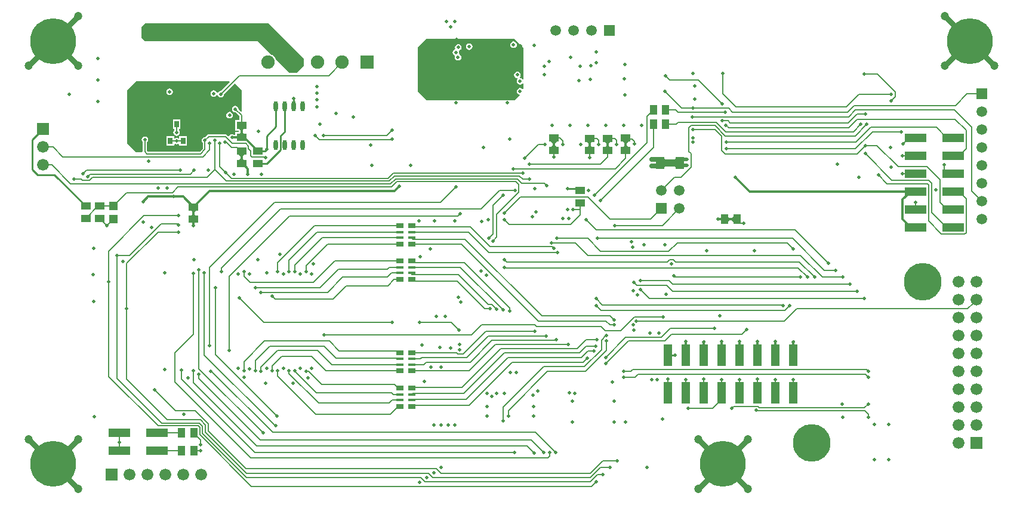
<source format=gbl>
G04 Layer_Physical_Order=4*
G04 Layer_Color=16711680*
%FSLAX25Y25*%
%MOIN*%
G70*
G01*
G75*
%ADD19R,0.04331X0.05512*%
%ADD24R,0.04724X0.04724*%
%ADD31R,0.05512X0.04331*%
%ADD32R,0.04921X0.06890*%
%ADD41R,0.04331X0.01772*%
%ADD42R,0.04331X0.02756*%
%ADD45R,0.05000X0.12000*%
%ADD59C,0.01000*%
%ADD60C,0.00800*%
%ADD61C,0.02500*%
%ADD62C,0.01200*%
%ADD63C,0.02000*%
%ADD64C,0.00787*%
%ADD66C,0.02953*%
%ADD67R,0.02559X0.01201*%
%ADD68C,0.06600*%
%ADD69R,0.06600X0.06600*%
%ADD70C,0.21000*%
%ADD71C,0.05906*%
%ADD72R,0.05906X0.05906*%
%ADD73R,0.07480X0.07480*%
%ADD74C,0.07480*%
%ADD75R,0.05906X0.05906*%
%ADD76C,0.25590*%
%ADD77R,0.06600X0.06600*%
%ADD78C,0.02000*%
%ADD79C,0.04724*%
%ADD80C,0.02400*%
%ADD82R,0.12000X0.05000*%
%ADD83R,0.02559X0.03740*%
%ADD84O,0.02362X0.05709*%
%ADD85R,0.01201X0.02559*%
%ADD86R,0.05512X0.03937*%
G36*
X155512Y250000D02*
X159449Y246063D01*
Y242126D01*
X155512Y238189D01*
X151575D01*
Y238189D01*
X147638Y242126D01*
X143977Y245786D01*
X143730Y246384D01*
X143002Y247333D01*
X142053Y248060D01*
X141456Y248308D01*
X133858Y255906D01*
X70866D01*
X68898Y257874D01*
Y263779D01*
Y263779D01*
X70866Y265748D01*
X139764D01*
X155512Y250000D01*
D02*
G37*
G36*
X277164Y257283D02*
X282282Y252165D01*
Y234807D01*
X281782Y234656D01*
X281711Y234762D01*
X281116Y235160D01*
X280417Y235299D01*
X280235Y235566D01*
X280170Y235761D01*
X280534Y236306D01*
X280674Y237008D01*
X280534Y237710D01*
X280136Y238306D01*
X279541Y238703D01*
X278839Y238843D01*
X278136Y238703D01*
X277541Y238306D01*
X277143Y237710D01*
X277003Y237008D01*
X277143Y236306D01*
X277541Y235710D01*
X278136Y235312D01*
X278835Y235173D01*
X279017Y234907D01*
X279082Y234711D01*
X278718Y234167D01*
X278578Y233465D01*
X278718Y232762D01*
X279116Y232167D01*
X279711Y231769D01*
X280413Y231629D01*
X281116Y231769D01*
X281711Y232167D01*
X281782Y232274D01*
X282282Y232122D01*
Y229295D01*
X281782Y229144D01*
X281711Y229251D01*
X281116Y229648D01*
X280413Y229788D01*
X279711Y229648D01*
X279116Y229251D01*
X278718Y228655D01*
X278578Y227953D01*
X278718Y227250D01*
X279116Y226655D01*
X279711Y226257D01*
X280018Y226196D01*
X280182Y225654D01*
X277363Y222835D01*
X228149Y222835D01*
X223227Y227756D01*
X223227Y252362D01*
X228149Y257283D01*
X277164Y257283D01*
D02*
G37*
G36*
X118182Y232904D02*
X113291Y228013D01*
X113168Y228037D01*
X112466Y227898D01*
X111870Y227500D01*
X111594Y227086D01*
X111063Y227191D01*
X111046Y227277D01*
X110648Y227872D01*
X110053Y228270D01*
X109350Y228410D01*
X108648Y228270D01*
X108053Y227872D01*
X107655Y227277D01*
X107515Y226575D01*
X107655Y225872D01*
X108053Y225277D01*
X108648Y224879D01*
X109350Y224740D01*
X110053Y224879D01*
X110648Y225277D01*
X110925Y225691D01*
X111456Y225585D01*
X111472Y225500D01*
X111870Y224904D01*
X112466Y224506D01*
X113168Y224367D01*
X113870Y224506D01*
X114466Y224904D01*
X114864Y225500D01*
X115003Y226202D01*
X114993Y226255D01*
X121033Y232295D01*
X124981Y228346D01*
Y216674D01*
X124520Y216482D01*
X123176Y217826D01*
X123194Y217913D01*
X123054Y218616D01*
X122656Y219211D01*
X122061Y219609D01*
X121358Y219749D01*
X120656Y219609D01*
X120061Y219211D01*
X119663Y218616D01*
X119523Y217913D01*
X119663Y217211D01*
X120061Y216616D01*
X120656Y216218D01*
X121358Y216078D01*
X121446Y216095D01*
X123580Y213962D01*
Y211922D01*
X121247D01*
Y205991D01*
X123170D01*
X123397Y205765D01*
Y205259D01*
X123170Y205032D01*
X121247D01*
Y203494D01*
X120592D01*
X120191Y203763D01*
X119488Y203902D01*
X118786Y203763D01*
X118191Y203365D01*
X117921Y202961D01*
X117335Y202839D01*
X116716Y203458D01*
X116319Y203724D01*
X115851Y203817D01*
X106530D01*
X106062Y203724D01*
X105665Y203458D01*
X104517Y202310D01*
X104429Y202327D01*
X103727Y202188D01*
X103131Y201790D01*
X102734Y201195D01*
X102594Y200492D01*
X102734Y199790D01*
X103131Y199194D01*
X103206Y199145D01*
Y195881D01*
X101462Y194137D01*
X72554D01*
X72090Y194601D01*
Y199440D01*
X72164Y199490D01*
X72562Y200085D01*
X72701Y200787D01*
X72562Y201490D01*
X72164Y202085D01*
X71569Y202483D01*
X70866Y202623D01*
X70164Y202483D01*
X69568Y202085D01*
X69171Y201490D01*
X69031Y200787D01*
X69171Y200085D01*
X69568Y199490D01*
X69643Y199440D01*
Y194398D01*
X69224Y193898D01*
X65926D01*
X61005Y198819D01*
X61005Y228346D01*
X66025Y233366D01*
X117991Y233366D01*
X118182Y232904D01*
D02*
G37*
G36*
X124803Y205512D02*
X126378Y203937D01*
X123228D01*
X124803Y205512D01*
X123228Y207087D01*
X126378D01*
X124803Y205512D01*
D02*
G37*
G36*
X339370Y198327D02*
X340945Y196752D01*
X337795D01*
X339370Y198327D01*
X337795Y199902D01*
X340945D01*
X339370Y198327D01*
D02*
G37*
G36*
X299311D02*
X300886Y196752D01*
X297736D01*
X299311Y198327D01*
X297736Y199902D01*
X300886D01*
X299311Y198327D01*
D02*
G37*
G36*
X329232Y198130D02*
X330807Y196555D01*
X327658D01*
X329232Y198130D01*
X327658Y199705D01*
X330807D01*
X329232Y198130D01*
D02*
G37*
G36*
X319193D02*
X320768Y196555D01*
X317618D01*
X319193Y198130D01*
X317618Y199705D01*
X320768D01*
X319193Y198130D01*
D02*
G37*
G36*
X124803Y190945D02*
X126378Y189370D01*
X123228D01*
X124803Y190945D01*
X123228Y192520D01*
X126378D01*
X124803Y190945D01*
D02*
G37*
G36*
X367323Y185630D02*
X364961Y187992D01*
X367323Y190354D01*
Y185630D01*
D02*
G37*
G36*
X363386Y187992D02*
X361024Y185630D01*
Y190354D01*
X363386Y187992D01*
D02*
G37*
G36*
X98032Y159843D02*
X99606Y158268D01*
X96457D01*
X98032Y159843D01*
X96457Y161417D01*
X99606D01*
X98032Y159843D01*
D02*
G37*
G36*
X399606Y154823D02*
X398031Y156398D01*
X399606Y157972D01*
Y154823D01*
D02*
G37*
G36*
X398031Y156398D02*
X396457Y154823D01*
Y157972D01*
X398031Y156398D01*
D02*
G37*
%LPC*%
G36*
X276772Y255772D02*
X276069Y255633D01*
X275474Y255235D01*
X275076Y254639D01*
X274936Y253937D01*
X275076Y253235D01*
X275474Y252639D01*
X276069Y252241D01*
X276772Y252102D01*
X277474Y252241D01*
X278069Y252639D01*
X278467Y253235D01*
X278607Y253937D01*
X278467Y254639D01*
X278069Y255235D01*
X277474Y255633D01*
X276772Y255772D01*
D02*
G37*
G36*
X251969Y254591D02*
X251266Y254451D01*
X250671Y254054D01*
X250273Y253458D01*
X250133Y252756D01*
X250273Y252054D01*
X250671Y251458D01*
X251266Y251060D01*
X251969Y250921D01*
X252671Y251060D01*
X253266Y251458D01*
X253664Y252054D01*
X253804Y252756D01*
X253664Y253458D01*
X253266Y254054D01*
X252671Y254451D01*
X251969Y254591D01*
D02*
G37*
G36*
X245866Y254198D02*
X245164Y254058D01*
X244568Y253660D01*
X244171Y253064D01*
X244031Y252362D01*
X244171Y251660D01*
X244043Y251353D01*
X243786Y251302D01*
X243191Y250904D01*
X242793Y250309D01*
X242653Y249606D01*
X242793Y248904D01*
X243191Y248309D01*
X243786Y247911D01*
X244032Y247352D01*
X243933Y246850D01*
X244072Y246148D01*
X244470Y245553D01*
X245065Y245155D01*
X245768Y245015D01*
X246470Y245155D01*
X247065Y245553D01*
X247463Y246148D01*
X247603Y246850D01*
X247463Y247553D01*
X247065Y248148D01*
X246470Y248546D01*
X246224Y249105D01*
X246323Y249606D01*
X246184Y250309D01*
X246311Y250615D01*
X246568Y250667D01*
X247164Y251064D01*
X247562Y251660D01*
X247701Y252362D01*
X247562Y253064D01*
X247164Y253660D01*
X246568Y254058D01*
X245866Y254198D01*
D02*
G37*
G36*
X84646Y229394D02*
X83943Y229255D01*
X83348Y228857D01*
X82950Y228261D01*
X82810Y227559D01*
X82950Y226857D01*
X83348Y226261D01*
X83943Y225864D01*
X84646Y225724D01*
X85348Y225864D01*
X85943Y226261D01*
X86341Y226857D01*
X86481Y227559D01*
X86341Y228261D01*
X85943Y228857D01*
X85348Y229255D01*
X84646Y229394D01*
D02*
G37*
G36*
X118110Y216402D02*
X117408Y216263D01*
X116813Y215865D01*
X116415Y215269D01*
X116275Y214567D01*
X116415Y213865D01*
X116813Y213269D01*
X117408Y212871D01*
X118110Y212732D01*
X118813Y212871D01*
X119408Y213269D01*
X119806Y213865D01*
X119946Y214567D01*
X119806Y215269D01*
X119408Y215865D01*
X118813Y216263D01*
X118110Y216402D01*
D02*
G37*
G36*
X90662Y212020D02*
X86503D01*
Y206680D01*
X87359D01*
Y206072D01*
X87285Y206022D01*
X86887Y205427D01*
X86747Y204724D01*
X86887Y204022D01*
X87285Y203427D01*
X87880Y203029D01*
X88583Y202889D01*
X89285Y203029D01*
X89880Y203427D01*
X90278Y204022D01*
X90418Y204724D01*
X90278Y205427D01*
X89880Y206022D01*
X89806Y206072D01*
Y206680D01*
X90662D01*
Y212020D01*
D02*
G37*
G36*
X94205Y202768D02*
X90047D01*
Y201887D01*
X89547Y201619D01*
X89285Y201794D01*
X88583Y201934D01*
X87880Y201794D01*
X87619Y201619D01*
X87119Y201887D01*
Y202768D01*
X82960D01*
Y197428D01*
X87119D01*
Y198310D01*
X87619Y198578D01*
X87880Y198403D01*
X88583Y198263D01*
X89285Y198403D01*
X89547Y198578D01*
X90047Y198310D01*
Y197428D01*
X94205D01*
Y202768D01*
D02*
G37*
%LPD*%
D19*
X91240Y37008D02*
D03*
X98130D02*
D03*
X91240Y27008D02*
D03*
X98130D02*
D03*
X401476Y156398D02*
D03*
X394587D02*
D03*
X361713Y209646D02*
D03*
X354823D02*
D03*
X361713Y217520D02*
D03*
X354823D02*
D03*
D24*
X53150Y156496D02*
D03*
Y163976D02*
D03*
D31*
X124803Y194390D02*
D03*
Y187500D02*
D03*
Y208957D02*
D03*
Y202067D02*
D03*
X133858Y187500D02*
D03*
Y194390D02*
D03*
X313780Y172343D02*
D03*
Y165453D02*
D03*
X299311Y194882D02*
D03*
Y201772D02*
D03*
X319193Y194685D02*
D03*
Y201575D02*
D03*
X329232Y194685D02*
D03*
Y201575D02*
D03*
X339370Y194882D02*
D03*
Y201772D02*
D03*
X98032Y156398D02*
D03*
Y163287D02*
D03*
X45669Y163681D02*
D03*
Y156791D02*
D03*
X37795Y163681D02*
D03*
Y156791D02*
D03*
D32*
X358760Y187992D02*
D03*
X369587D02*
D03*
D41*
X219882Y58661D02*
D03*
Y55512D02*
D03*
X213189Y58661D02*
D03*
Y55512D02*
D03*
X213189Y75197D02*
D03*
Y78347D02*
D03*
X219882Y75197D02*
D03*
Y78347D02*
D03*
X219882Y129528D02*
D03*
Y126378D02*
D03*
X213189Y129528D02*
D03*
Y126378D02*
D03*
X219882Y149213D02*
D03*
Y146063D02*
D03*
X213189Y149213D02*
D03*
Y146063D02*
D03*
D42*
X219882Y62185D02*
D03*
Y51988D02*
D03*
X213189Y62185D02*
D03*
Y51988D02*
D03*
X213189Y71673D02*
D03*
Y81870D02*
D03*
X219882Y71673D02*
D03*
Y81870D02*
D03*
X219882Y133051D02*
D03*
Y122854D02*
D03*
X213189Y133051D02*
D03*
Y122854D02*
D03*
X219882Y152736D02*
D03*
Y142539D02*
D03*
X213189Y152736D02*
D03*
Y142539D02*
D03*
D45*
X363071Y80646D02*
D03*
X373071D02*
D03*
X363071Y59646D02*
D03*
X373071D02*
D03*
X383071Y80646D02*
D03*
Y59646D02*
D03*
X393071Y80646D02*
D03*
Y59646D02*
D03*
X403071Y80646D02*
D03*
Y59646D02*
D03*
X413071Y80646D02*
D03*
Y59646D02*
D03*
X423071Y80646D02*
D03*
Y59646D02*
D03*
X433071Y80646D02*
D03*
Y59646D02*
D03*
D59*
X363071Y80646D02*
X366795D01*
X138779Y195374D02*
X139173D01*
X137795Y194390D02*
X138779Y195374D01*
Y202832D01*
X133858Y194390D02*
X137795D01*
X126181Y202067D02*
X133858Y194390D01*
X124803Y202067D02*
X126181D01*
X307087Y173425D02*
X311713D01*
X312795Y172343D01*
X313780D01*
X149075Y205374D02*
Y219390D01*
X146556Y202855D02*
X149075Y205374D01*
X146556Y195133D02*
Y202855D01*
X138923Y187500D02*
X146556Y195133D01*
X133858Y187500D02*
X138923D01*
X144075Y208127D02*
Y219390D01*
X138779Y202832D02*
X144075Y208127D01*
X154075Y219390D02*
Y223878D01*
X153937Y224016D02*
X154075Y223878D01*
X20374Y181102D02*
X37795Y163681D01*
X7874Y200787D02*
X13780Y206693D01*
X7874Y184252D02*
Y200787D01*
Y184252D02*
X11024Y181102D01*
X20374D01*
D60*
X137303Y98819D02*
X209055D01*
X368110Y143307D02*
X429528D01*
X363351Y138548D02*
X368110Y143307D01*
X325232Y138548D02*
X363351D01*
X429528Y143307D02*
X433071Y139764D01*
X323853Y145901D02*
X432446D01*
X323622Y145669D02*
X323853Y145901D01*
X432446D02*
X450394Y127953D01*
X72047Y192913D02*
X101969D01*
X70866Y194095D02*
X72047Y192913D01*
X70866Y194095D02*
Y200787D01*
X110433Y80709D02*
X144685Y46457D01*
X110433Y80709D02*
Y118209D01*
X179429Y82874D02*
X212185D01*
X173917Y88386D02*
X179429Y82874D01*
X137697Y88386D02*
X173917D01*
X177657Y78937D02*
X212598D01*
X170965Y85630D02*
X177657Y78937D01*
X140748Y85630D02*
X170965D01*
X175197Y75197D02*
X213189D01*
X167323Y83071D02*
X175197Y75197D01*
X144882Y83071D02*
X167323D01*
X171929Y71673D02*
X213189D01*
X163779Y79823D02*
X171929Y71673D01*
X147146Y79823D02*
X163779D01*
X181299Y124016D02*
X206398D01*
X172835Y115551D02*
X181299Y124016D01*
X142777Y115551D02*
X172835D01*
X178956Y128464D02*
X206220D01*
X168602Y118110D02*
X178956Y128464D01*
X132480Y118110D02*
X168602D01*
X176949Y133051D02*
X213189D01*
X165059Y121161D02*
X176949Y133051D01*
X129626Y121161D02*
X165059D01*
X169783Y146063D02*
X213189D01*
X154528Y130807D02*
X169783Y146063D01*
X154528Y127165D02*
Y130807D01*
X166929Y149213D02*
X213189D01*
X151378Y133661D02*
X166929Y149213D01*
X151378Y127264D02*
Y133661D01*
X165532Y152736D02*
X213189D01*
X145079Y132283D02*
X165532Y152736D01*
X145079Y127264D02*
Y132283D01*
X172893Y142539D02*
X213189D01*
X160827Y127165D02*
Y130473D01*
X172893Y142539D01*
X326378Y108661D02*
X426772D01*
X322835Y112205D02*
X326378Y108661D01*
X359154Y90354D02*
X364173Y95374D01*
X389075D01*
X404232Y92224D02*
X406988Y94980D01*
X364961Y92224D02*
X404232D01*
X361122Y88386D02*
X364961Y92224D01*
X340846Y88386D02*
X361122D01*
X328248Y75787D02*
X340846Y88386D01*
X339370Y90354D02*
X359154D01*
X328248Y79232D02*
X339370Y90354D01*
X437008Y136319D02*
X449311Y124016D01*
X318406Y136319D02*
X437008D01*
X311418Y143306D02*
X318406Y136319D01*
X367151Y132579D02*
X436319D01*
X365872Y133858D02*
X367151Y132579D01*
X364049Y133858D02*
X365872D01*
X362770Y132579D02*
X364049Y133858D01*
X272933Y132579D02*
X362770D01*
X436319D02*
X444882Y124016D01*
X271654Y133858D02*
X272933Y132579D01*
X296063Y23228D02*
X296850Y24016D01*
X129921Y23228D02*
X296063D01*
X87598Y65551D02*
X129921Y23228D01*
X132343Y26024D02*
X277165D01*
X91240Y67126D02*
X132343Y26024D01*
X284252Y29921D02*
X288189Y25984D01*
X133169Y29921D02*
X284252D01*
X97835Y65256D02*
X133169Y29921D01*
X286457Y33268D02*
X293701Y26024D01*
X135138Y33268D02*
X286457D01*
X100984Y67421D02*
X135138Y33268D01*
X289016Y37402D02*
X300394Y26024D01*
X142126Y37402D02*
X289016D01*
X107973Y71555D02*
X142126Y37402D01*
X127328Y17161D02*
X233627D01*
X106295Y38193D02*
X127328Y17161D01*
X106295Y38193D02*
Y42249D01*
X104695Y37431D02*
X127657Y14469D01*
X103095Y36768D02*
X127757Y12106D01*
X101495Y36103D02*
X130350Y7249D01*
X104695Y37431D02*
Y41586D01*
X127657Y14469D02*
X229194D01*
X103095Y36768D02*
Y40924D01*
X127757Y12106D02*
X224902D01*
X101495Y36103D02*
Y40261D01*
X130350Y7249D02*
X320241D01*
X98938Y49606D02*
X106295Y42249D01*
X87795Y49606D02*
X98938D01*
X76378Y61024D02*
X87795Y49606D01*
X474902Y45827D02*
Y47441D01*
X472835Y49507D02*
X474902Y47441D01*
X412501Y49507D02*
X472835D01*
X399739Y51905D02*
X413214D01*
X414012Y51107D02*
X472702D01*
X413214Y51905D02*
X414012Y51107D01*
X412303Y49705D02*
X412501Y49507D01*
X398524Y50689D02*
X399739Y51905D01*
X472702Y51107D02*
X474902Y53307D01*
X346161Y69685D02*
X473228D01*
X344547Y68071D02*
X346161Y69685D01*
X338330Y68071D02*
X344547D01*
X473228Y69685D02*
X474843Y68071D01*
X473957Y72539D02*
X474843Y71653D01*
X343407Y72539D02*
X473957D01*
X342229Y71362D02*
X343407Y72539D01*
X393071Y55866D02*
Y59646D01*
X387894Y50689D02*
X393071Y55866D01*
X374410Y50689D02*
X387894D01*
X253248Y91831D02*
X259055Y97638D01*
X241831Y98819D02*
X246260Y94390D01*
X224114Y98819D02*
X241831D01*
X433071Y59646D02*
Y66929D01*
X423071Y59646D02*
Y66969D01*
X413071Y59646D02*
Y67008D01*
X403071Y59646D02*
Y66949D01*
X393071Y59646D02*
Y66969D01*
X383071Y59646D02*
Y67027D01*
X373071Y59646D02*
Y66988D01*
X363071Y59646D02*
Y67008D01*
X338107Y71362D02*
X342229D01*
X79956Y153972D02*
X88843D01*
X62205Y136221D02*
X79956Y153972D01*
X55413Y136221D02*
X62205D01*
X78128Y149229D02*
X89567D01*
X60630Y131731D02*
X78128Y149229D01*
X60630Y106595D02*
Y131731D01*
X212598Y78937D02*
X213189Y78347D01*
X212185Y82874D02*
X213189Y81870D01*
X101969Y30636D02*
Y33169D01*
X98130Y37008D02*
X101969Y33169D01*
X98130Y27008D02*
X101831D01*
X36050Y178124D02*
X39791D01*
X35236Y178937D02*
X36050Y178124D01*
X31201Y178937D02*
X35236D01*
X109842Y184290D02*
X116436Y177696D01*
X112598Y185827D02*
X119129Y179296D01*
X278839Y178937D02*
X281166Y176609D01*
X280045Y180585D02*
X281783Y178847D01*
X290650Y198327D02*
X294291D01*
X282776Y190453D02*
X290650Y198327D01*
X325178Y187087D02*
X329232Y191142D01*
X285550Y187087D02*
X325178D01*
X333499Y184484D02*
X339370Y190354D01*
X276772Y184484D02*
X333499D01*
X88843Y153972D02*
X89518Y153297D01*
X168342Y200950D02*
X208725D01*
X166043Y203248D02*
X168342Y200950D01*
X208725D02*
X209055Y201279D01*
X205807Y203150D02*
X208957Y206299D01*
X170472Y203150D02*
X205807D01*
X18819Y186693D02*
X29416Y176096D01*
X281166Y176609D02*
X293788D01*
X281783Y178847D02*
X285742D01*
X39791Y178124D02*
X41589Y179921D01*
X293788Y176609D02*
X295388Y175008D01*
X143307Y165847D02*
X235965D01*
X106988Y129528D02*
X143307Y165847D01*
X235965D02*
X244528Y174409D01*
X113583Y129134D02*
X146555Y162106D01*
X245571Y158071D02*
X246949Y159449D01*
X151476Y158071D02*
X245571D01*
X123917Y130512D02*
X151476Y158071D01*
X112598Y185827D02*
Y198818D01*
X105473Y179921D02*
X109842Y184290D01*
X41589Y179921D02*
X105473D01*
X96225Y181658D02*
X98425Y183858D01*
X40214Y181658D02*
X96225D01*
X38880Y180324D02*
X40214Y181658D01*
X109842Y184290D02*
Y200393D01*
X38287Y183858D02*
X90551D01*
X36319Y181890D02*
X38287Y183858D01*
X77756Y37008D02*
X91240D01*
X91240Y27008D02*
X91240Y27008D01*
X77756Y27008D02*
X91240D01*
X56756D02*
Y31953D01*
Y37008D01*
X13780Y186693D02*
X18819D01*
X88583Y204724D02*
Y209350D01*
Y200098D02*
X92126D01*
X85039D02*
X88583D01*
X339370Y190354D02*
Y194882D01*
X271654Y159941D02*
X280531Y168818D01*
X329232Y191142D02*
Y194685D01*
X353346Y156496D02*
X359252Y162402D01*
X359803Y152953D02*
X369252Y162402D01*
X333366Y152953D02*
X359803D01*
X319193Y190945D02*
Y194685D01*
X299311Y191240D02*
Y194882D01*
X374768Y194189D02*
X375886Y193072D01*
X374768Y194189D02*
Y207407D01*
X375886Y185531D02*
Y193072D01*
X370276Y179921D02*
X375886Y185531D01*
X366772Y179921D02*
X370276D01*
X476181Y207874D02*
X512795D01*
X359252Y172402D02*
X366772Y179921D01*
X523425Y212106D02*
X529444Y206087D01*
X477264Y205315D02*
X493405D01*
X318111Y145668D02*
X325232Y138548D01*
X366929Y124016D02*
X437008D01*
X366142Y124803D02*
X366929Y124016D01*
X435665Y129296D02*
X440945Y124016D01*
X271885Y129296D02*
X435665D01*
X449311Y124016D02*
X460630D01*
X450394Y127953D02*
X456693D01*
X434055Y150591D02*
X452756Y131890D01*
X346726Y119517D02*
X346726Y119517D01*
X345469Y119517D02*
X346726D01*
X322835Y108268D02*
X325591Y105512D01*
X271654Y129528D02*
X271885Y129296D01*
X13780Y196693D02*
X13780Y196693D01*
X19685D01*
X393701Y226476D02*
Y237795D01*
X530020Y226378D02*
X538386D01*
X523489Y219847D02*
X530020Y226378D01*
X518701Y201969D02*
X522244D01*
X512795Y207874D02*
X518701Y201969D01*
X529444Y195684D02*
Y206087D01*
X532480Y172283D02*
Y207972D01*
X523100Y217352D02*
X532480Y207972D01*
X494390Y198524D02*
X494390D01*
X495635Y199768D01*
X499044D01*
X501244Y201969D01*
X479714Y197539D02*
X491525Y185728D01*
X525728Y191969D02*
X529444Y195684D01*
X522244Y191969D02*
X525728D01*
X501181Y165847D02*
X501244Y165784D01*
Y161969D02*
Y165784D01*
X518425Y181968D02*
X522244D01*
X517126Y183268D02*
X518425Y181968D01*
X517126Y183268D02*
Y186713D01*
X518839Y161969D02*
X522244D01*
X491525Y185728D02*
X507681D01*
X518701Y151969D02*
X522244D01*
X493898Y181890D02*
X493976Y181968D01*
X501244D01*
X493701Y191732D02*
X493937Y191969D01*
X501244D01*
X532480Y172283D02*
X538386Y166378D01*
X124803Y208957D02*
Y214469D01*
X121358Y217913D02*
X124803Y214469D01*
X104429Y195374D02*
Y200492D01*
X101969Y192913D02*
X104429Y195374D01*
Y200492D02*
X106530Y202593D01*
X115851D01*
X119742Y198702D01*
X127110D01*
X128759Y197052D01*
Y195707D02*
Y197052D01*
X115458Y200288D02*
X119290Y196457D01*
X115458Y199424D02*
Y200288D01*
X128759Y195707D02*
X129902Y194564D01*
Y191727D02*
Y194564D01*
Y191727D02*
X130605Y191024D01*
X138306D01*
X138386Y190945D01*
X173622Y236614D02*
X181103Y244094D01*
X123622Y236614D02*
X173622D01*
X113210Y226202D02*
X123622Y236614D01*
X113168Y226202D02*
X113210D01*
X122343Y196457D02*
X124409Y194390D01*
X119290Y196457D02*
X122343D01*
X209055Y55512D02*
X213189D01*
X207249Y53706D02*
X209055Y55512D01*
X212224Y51988D02*
X213189D01*
X207874Y47638D02*
X212224Y51988D01*
Y62185D02*
X213189D01*
X288583Y97638D02*
X289764Y96457D01*
X259055Y97638D02*
X288583D01*
X113583Y127264D02*
Y129134D01*
X220551Y152067D02*
X252658D01*
X219882Y152736D02*
X220551Y152067D01*
X251890Y52382D02*
X275984Y76476D01*
X315453D01*
X274015Y49606D02*
X295768Y71358D01*
X316968D01*
X300787Y145668D02*
X318111D01*
X298031Y143306D02*
X311418D01*
X315453Y76476D02*
X317913Y78937D01*
X328642Y83033D02*
Y88484D01*
X316968Y71358D02*
X328642Y83033D01*
X267322Y59054D02*
X267322D01*
X298327Y141043D02*
X299213Y140157D01*
X123524Y112598D02*
X137303Y98819D01*
X118012Y124606D02*
X123917Y130512D01*
X118012Y83071D02*
Y124606D01*
X244939Y81870D02*
X245545Y81264D01*
X219882Y81870D02*
X244939D01*
X126181Y71752D02*
Y76870D01*
X132480Y71752D02*
Y77362D01*
X135630Y73819D02*
X144882Y83071D01*
X135630Y71653D02*
Y73819D01*
X141929Y71752D02*
Y74606D01*
X209547Y58661D02*
X213189D01*
X219882Y129528D02*
X247047D01*
X270866Y105709D01*
X246063Y125492D02*
X262761Y108794D01*
X219882Y125492D02*
X246063D01*
X219882D02*
Y126378D01*
X245276Y121850D02*
X260531Y106595D01*
X220886Y121850D02*
X245276D01*
X219882Y122854D02*
X220886Y121850D01*
X274606Y105118D02*
Y106693D01*
X260531Y106595D02*
X263583D01*
X264494Y108794D02*
X267186Y106102D01*
X267323D01*
X262761Y108794D02*
X264494D01*
X245545Y81264D02*
X248488D01*
X247913Y62579D02*
X269587Y84252D01*
X273622Y79232D02*
X314764D01*
X248819Y59055D02*
X271752Y81988D01*
X328385Y91437D02*
X328543D01*
X250689Y79232D02*
X262624Y91167D01*
X220276Y62579D02*
X247913D01*
X220276Y59055D02*
X248819D01*
X213189Y149213D02*
X213189Y149213D01*
X219882Y58661D02*
X220276Y59055D01*
X219882Y62185D02*
X220276Y62579D01*
X142742Y115586D02*
X142777Y115551D01*
X135531D02*
X135566Y115586D01*
X142742D01*
X107579Y71555D02*
X107973D01*
X101083Y128150D02*
Y128342D01*
X219882Y149213D02*
X251772D01*
X219882Y142539D02*
X247716D01*
X219882Y146063D02*
X220669Y145276D01*
X249606D01*
X101083Y72736D02*
Y128150D01*
X87598Y81988D02*
X97835Y92224D01*
Y126279D01*
X250295Y55905D02*
X273622Y79232D01*
X219882Y55512D02*
X220276Y55905D01*
X250295D01*
X210059Y122854D02*
X213189D01*
X206398Y124016D02*
X208760Y126378D01*
X213189D01*
X206220Y128464D02*
X207283Y129528D01*
X213189D01*
X206496Y119291D02*
X210059Y122854D01*
X141831Y113386D02*
X143504Y111713D01*
X175787D01*
X183366Y119291D01*
X106988Y85925D02*
Y129528D01*
X154626Y71593D02*
X166771Y59449D01*
X154626Y71593D02*
Y71752D01*
X126181Y76870D02*
X137697Y88386D01*
X132480Y77362D02*
X140748Y85630D01*
X141929Y74606D02*
X147146Y79823D01*
X327854Y94193D02*
X336713D01*
X343915Y121070D02*
X345469Y119517D01*
X264764Y88779D02*
X295019D01*
X295053Y88745D01*
X300162D01*
X300689Y89272D01*
X269587Y84252D02*
X312402D01*
X266634Y86516D02*
X307382D01*
X261122Y93898D02*
X288681D01*
X248488Y81264D02*
X261122Y93898D01*
X262624Y91167D02*
X294907D01*
X294980Y91240D01*
X219882Y51988D02*
X220276Y52382D01*
X251890D01*
X330512Y97441D02*
X332776D01*
X289764Y96457D02*
X325590D01*
X327854Y94193D01*
X247716Y142539D02*
X290650Y99606D01*
X328346D01*
X330512Y97441D01*
X249606Y145276D02*
X292520Y102362D01*
X330745D01*
X332793Y100314D01*
X19685Y196693D02*
X25065Y191313D01*
X103124D01*
X487497Y222537D02*
X489828Y224867D01*
X487972Y178269D02*
X508542D01*
X522244Y171968D02*
X522559Y171653D01*
X525984D01*
X528741Y148268D02*
X529444Y148971D01*
X515747Y148268D02*
X528741D01*
X514897Y165910D02*
Y178513D01*
Y165910D02*
X518839Y161969D01*
X480640Y181018D02*
Y181036D01*
Y181018D02*
X485378Y176279D01*
X508542Y178269D02*
X510433Y176378D01*
Y160236D02*
Y176378D01*
Y160236D02*
X518701Y151969D01*
X508661Y155354D02*
X515747Y148268D01*
X485378Y176279D02*
X507874D01*
X508661Y175492D01*
Y155354D02*
Y175492D01*
X525984Y171653D02*
X529380Y168258D01*
X529444Y168194D01*
Y148971D02*
Y168194D01*
X313780Y161811D02*
Y165453D01*
X271654Y156299D02*
X274311Y153642D01*
X308465D01*
X313780Y158957D01*
Y161811D01*
X252559Y76575D02*
X264764Y88779D01*
X227854Y76575D02*
X252559D01*
X219882Y78347D02*
X224606D01*
X225492Y79232D01*
X250689D01*
X251791Y71673D02*
X266634Y86516D01*
X219882Y71673D02*
X251791D01*
X226476Y75197D02*
X227854Y76575D01*
X219882Y75197D02*
X226476D01*
X219882Y133051D02*
X220748Y132185D01*
X249114D01*
X274015Y46457D02*
Y49606D01*
Y46457D02*
X274016Y46457D01*
X270866Y43701D02*
Y51377D01*
X293504Y74016D01*
X101083Y72736D02*
X136811Y37008D01*
X296850Y24016D02*
Y26024D01*
X213189Y152736D02*
X213189Y152736D01*
X213189Y149213D02*
X213189Y149213D01*
X213189Y146063D02*
X213189Y146063D01*
X213189Y142539D02*
X213189Y142539D01*
X213189Y133051D02*
X213189Y133051D01*
X206220Y128464D02*
X206220Y128464D01*
X206398Y124016D02*
X206398Y124016D01*
X183366Y119291D02*
X206496D01*
X183366Y119291D02*
X183366Y119291D01*
X170965Y91831D02*
X253248D01*
X170965Y91831D02*
X170965Y91831D01*
X210236Y64173D02*
X212224Y62185D01*
X166771Y59449D02*
X208760D01*
X209547Y58661D01*
X207874Y47638D02*
X207874Y47638D01*
X379921Y234252D02*
X393307Y220866D01*
X363779Y234252D02*
X379921D01*
X361614Y236417D02*
X363779Y234252D01*
X473228Y197539D02*
X479714D01*
X473130Y193110D02*
X487972Y178269D01*
X339370Y201772D02*
X340040Y201102D01*
X343091D01*
X344390Y199803D01*
Y198425D02*
Y199803D01*
X329232Y201575D02*
X333169D01*
X334291Y200453D01*
Y198268D02*
Y200453D01*
X319193Y201575D02*
X323130D01*
X324291Y200413D01*
Y198307D02*
Y200413D01*
X299311Y201772D02*
X302756D01*
X304291Y200236D01*
Y198268D02*
Y200236D01*
X103124Y191313D02*
X107086Y195275D01*
Y198818D01*
X60630Y67126D02*
Y106595D01*
X50591Y68602D02*
Y121555D01*
X126181Y124606D02*
Y127264D01*
Y124606D02*
X129626Y121161D01*
X104035Y80610D02*
Y126378D01*
X151378Y70276D02*
Y71752D01*
Y70276D02*
X167948Y53706D01*
X207249D01*
X145079Y68701D02*
Y71752D01*
Y68701D02*
X166142Y47638D01*
X207874D01*
X160827Y71653D02*
X162145D01*
X169625Y64173D01*
X210236D01*
X143602Y41043D02*
X143898D01*
X104035Y80610D02*
X143602Y41043D01*
X100984Y67421D02*
Y69685D01*
X97835Y65256D02*
Y71850D01*
X91240Y67126D02*
Y72047D01*
X87598Y65551D02*
Y81988D01*
X55413Y67421D02*
Y136221D01*
X224902Y12106D02*
X227264Y9744D01*
X229194Y14469D02*
X231556Y12106D01*
X325886Y88938D02*
X328385Y91437D01*
X322676Y89075D02*
X323130D01*
X312402Y84252D02*
X317224Y89075D01*
X323130D01*
X325886Y83465D02*
Y88938D01*
X293504Y74016D02*
X316437D01*
X325886Y83465D01*
X314764Y79232D02*
X318307Y82776D01*
X321455D01*
X271752Y81988D02*
X313484D01*
X317130Y85634D01*
X322555D01*
X249114Y132185D02*
X274606Y106693D01*
X146555Y162106D02*
X258662D01*
X268997Y172441D01*
X277461D01*
X50591Y68602D02*
X78175Y41018D01*
X55413Y67421D02*
X80216Y42618D01*
X60630Y67126D02*
X83366Y44390D01*
X101892D02*
X104695Y41586D01*
X80216Y42618D02*
X101401D01*
X103095Y40924D01*
X78175Y41018D02*
X100738D01*
X101495Y40261D01*
X83366Y44390D02*
X101892D01*
X346726Y119517D02*
X362176D01*
X363202Y118491D01*
X428346Y105512D02*
X431102Y108268D01*
X426772Y108661D02*
X427165Y108268D01*
X325591Y105512D02*
X428346D01*
X336713Y94193D02*
X344291Y101772D01*
X360138D01*
X345431Y99572D02*
X428095D01*
X320241Y7249D02*
X322835Y9843D01*
X233627Y17161D02*
X236221Y14567D01*
X231556Y12106D02*
X319587D01*
X227264Y9744D02*
X319587D01*
Y12106D02*
X325197Y17717D01*
X330709D01*
X236221Y14567D02*
X319685D01*
X326772Y21654D01*
X334646D01*
X319587Y9744D02*
X323622Y13780D01*
X326772D01*
X533465Y109528D02*
Y113031D01*
X428095Y99572D02*
X435020Y106496D01*
X530433D01*
X533465Y109528D01*
X401476Y156398D02*
X403740Y154134D01*
X405315D01*
X263091Y137894D02*
X301181D01*
X263681Y141043D02*
X298327D01*
X251772Y149213D02*
X263091Y137894D01*
X252658Y152067D02*
X263681Y141043D01*
X262941Y145838D02*
X265158Y148054D01*
Y164075D01*
X271063Y169980D01*
X265354Y144291D02*
X267421Y146358D01*
Y159290D01*
X279661Y171530D02*
Y175753D01*
X267421Y159290D02*
X279661Y171530D01*
X278076Y177337D02*
X279661Y175753D01*
X50591Y138544D02*
X70412Y158366D01*
X50591Y121555D02*
Y138544D01*
X70412Y158366D02*
X89468D01*
X37795Y156791D02*
X44685Y163681D01*
X45669D01*
Y156791D02*
X49606Y152854D01*
Y152756D02*
Y152854D01*
X53150Y156299D02*
Y156496D01*
X49606Y152756D02*
X53150Y156299D01*
X45669Y163681D02*
X52854D01*
X53150Y163976D01*
X29416Y176096D02*
X207986D01*
X210827Y178937D01*
X278839D01*
X116436Y177696D02*
X207323D01*
X119129Y179296D02*
X206660D01*
X209549Y182185D01*
X207323Y177696D02*
X210212Y180585D01*
X280045D01*
X209549Y182185D02*
X281988D01*
X86157Y171294D02*
X89358Y174496D01*
X53150Y163976D02*
X60468Y171294D01*
X86157D01*
X89358Y174496D02*
X208748D01*
X211589Y177337D01*
X278076D01*
X317126Y156299D02*
X322835Y150591D01*
X434055D01*
X313681Y161909D02*
X313780Y161811D01*
X309941Y161909D02*
X313681D01*
X280531Y168818D02*
X318288D01*
X330610Y156496D01*
X353346D01*
X467648Y217352D02*
X523100D01*
X468499Y215152D02*
X473135D01*
X468701Y212106D02*
X523425D01*
X376969Y206496D02*
X389174D01*
X376057Y208696D02*
X389237D01*
X374768Y207407D02*
X376057Y208696D01*
X376678Y214081D02*
X377127Y213633D01*
X376495Y213897D02*
X376678Y214081D01*
X376495Y213495D02*
Y213897D01*
X468602Y192913D02*
X473228Y197539D01*
X467863Y199556D02*
X476181Y207874D01*
X395523Y199556D02*
X467863D01*
X467520Y202953D02*
X474016Y209449D01*
X389237Y208696D02*
X394980Y202953D01*
X467520D01*
X466589Y205217D02*
X470768Y209395D01*
X389935Y210458D02*
X395177Y205217D01*
X466589D01*
X463976Y207382D02*
X468701Y212106D01*
X395393Y208770D02*
X396781Y207382D01*
X463976D01*
X463583Y210236D02*
X468499Y215152D01*
X463928Y213633D02*
X467648Y217352D01*
X377127Y213633D02*
X463928D01*
X370768Y218406D02*
X376969D01*
X361319Y227854D02*
X370768Y218406D01*
X376969D02*
X396850D01*
X466894Y219847D02*
X523489D01*
X396850Y218406D02*
X399016Y216240D01*
X463287D01*
X466894Y219847D01*
X393701Y226476D02*
X400984Y219193D01*
X462697D01*
X469701Y226197D01*
X487628D01*
X393193Y211433D02*
X396441D01*
X397638Y210236D01*
X463583D01*
X472441Y237402D02*
X479921D01*
X489828Y227495D01*
Y224867D02*
Y227495D01*
X507681Y185728D02*
X514897Y178513D01*
X395669Y195669D02*
X467618D01*
X477264Y205315D01*
X389174Y206496D02*
X392913Y202757D01*
Y194783D02*
Y202757D01*
Y194783D02*
X394783Y192913D01*
X468602D01*
X368701Y216043D02*
X394787D01*
X367224Y217520D02*
X368701Y216043D01*
X361713Y217520D02*
X367224D01*
X361713Y209646D02*
X367717D01*
X368529Y210458D01*
X389935D01*
X325197Y166732D02*
X354823Y196358D01*
Y209646D01*
X321949Y169783D02*
X351181Y199016D01*
Y213878D01*
X354823Y217520D01*
D61*
X353839Y186024D02*
X357283D01*
X358760Y187500D01*
Y187992D01*
X353839Y189665D02*
X357480D01*
X358760Y188386D01*
D62*
X92224Y169095D02*
X98032Y163287D01*
X86910Y169095D02*
X92224D01*
X98032Y152756D02*
Y156398D01*
X358760Y187992D02*
Y188386D01*
X498524Y151969D02*
X501244D01*
X493844Y156648D02*
X498524Y151969D01*
X493844Y167368D02*
X498445Y171968D01*
X493844Y156648D02*
Y167368D01*
X498445Y171968D02*
X501244D01*
X119488Y202067D02*
X124803D01*
X128347Y181496D02*
Y184646D01*
X125492Y187500D02*
X128347Y184646D01*
X124409Y187500D02*
X125492D01*
X400687Y179756D02*
X408474Y171968D01*
X501244D01*
X373071Y80646D02*
Y88032D01*
X373130Y88090D01*
X383071Y80646D02*
Y87992D01*
X383169Y88090D01*
X393071Y80646D02*
Y88032D01*
X403071Y80646D02*
Y88071D01*
X413071Y80646D02*
Y88071D01*
X423071Y80646D02*
Y88150D01*
X433071Y80646D02*
Y87992D01*
X433169Y88090D01*
X391043Y156398D02*
X394587D01*
X98032Y163287D02*
X106791Y172047D01*
X210138D01*
X212795Y174705D01*
X69882Y166240D02*
X72736Y169095D01*
X86910D01*
D63*
X371358Y186417D02*
X373524D01*
X370768Y187008D02*
X371358Y186417D01*
X370669Y186909D02*
X370768Y187008D01*
X371457Y189862D02*
X373524D01*
X369587Y187992D02*
X371457Y189862D01*
X369587Y187992D02*
X370669Y186909D01*
X393701Y19685D02*
X393701D01*
X531496Y255906D02*
X531496D01*
X19685D02*
X19685D01*
X19685Y19685D02*
X19685D01*
D64*
X468504Y116142D02*
X468898D01*
X347638Y117317D02*
X347644D01*
X352756Y112205D01*
X472441D01*
X347637Y122046D02*
X363682D01*
X365650Y120079D01*
X464567D01*
X363202Y118491D02*
X365551Y116142D01*
X468504D01*
D66*
X379921Y33465D02*
X385827Y27559D01*
X401575Y11811D02*
X407480Y5906D01*
X401575Y27559D02*
X407480Y33465D01*
X379921Y5906D02*
X385827Y11811D01*
X517717Y242126D02*
X523622Y248031D01*
X539370Y248031D02*
X545276Y242126D01*
X517717Y269685D02*
X523622Y263779D01*
X27559Y248031D02*
X33465Y242126D01*
X27559Y263779D02*
X33465Y269685D01*
X5906Y242126D02*
X11811Y248031D01*
X27559Y27559D02*
X33465Y33465D01*
X27559Y11811D02*
X33465Y5906D01*
X5906Y33465D02*
X11811Y27559D01*
D67*
X398031Y156388D02*
D03*
D68*
X525433Y121496D02*
D03*
Y111496D02*
D03*
X535433Y121496D02*
D03*
Y111496D02*
D03*
X525433Y101496D02*
D03*
Y91496D02*
D03*
X535433Y101496D02*
D03*
Y91496D02*
D03*
Y41496D02*
D03*
Y51496D02*
D03*
Y61496D02*
D03*
Y71496D02*
D03*
Y81496D02*
D03*
X525433Y31496D02*
D03*
Y41496D02*
D03*
Y51496D02*
D03*
Y61496D02*
D03*
Y71496D02*
D03*
Y81496D02*
D03*
X13780Y186693D02*
D03*
Y196693D02*
D03*
X62165Y13780D02*
D03*
X72165D02*
D03*
X82165D02*
D03*
X92165D02*
D03*
X102165D02*
D03*
D69*
X535433Y31496D02*
D03*
X13780Y206693D02*
D03*
D70*
X443433Y31496D02*
D03*
X505433Y121496D02*
D03*
D71*
X369252Y172402D02*
D03*
Y162402D02*
D03*
X359252Y172402D02*
D03*
X300394Y261811D02*
D03*
X310394D02*
D03*
X320394D02*
D03*
X538386Y156378D02*
D03*
Y166378D02*
D03*
Y176378D02*
D03*
Y186378D02*
D03*
Y196378D02*
D03*
Y206378D02*
D03*
Y216378D02*
D03*
D72*
X359252Y162402D02*
D03*
X330394Y261811D02*
D03*
D73*
X194882Y244094D02*
D03*
D74*
X181103D02*
D03*
X167323D02*
D03*
X153543D02*
D03*
X139764D02*
D03*
D75*
X538386Y226378D02*
D03*
D76*
X393701Y19685D02*
D03*
X531496Y255906D02*
D03*
X19685D02*
D03*
Y19685D02*
D03*
D77*
X52165Y13780D02*
D03*
D78*
X411319Y138681D02*
D03*
X384547Y138779D02*
D03*
X366795Y80646D02*
D03*
X72539Y260827D02*
D03*
X144685Y46457D02*
D03*
X389075Y95374D02*
D03*
X406988Y94980D02*
D03*
X328248Y75787D02*
D03*
Y79232D02*
D03*
X391831Y102559D02*
D03*
X412303Y49705D02*
D03*
X398524Y50689D02*
D03*
X474902Y45827D02*
D03*
Y53307D02*
D03*
X374410Y50689D02*
D03*
X360039Y44882D02*
D03*
X246260Y94390D02*
D03*
X356791Y66929D02*
D03*
X353839D02*
D03*
X433071D02*
D03*
X423071Y66969D02*
D03*
X413071Y67008D02*
D03*
X403071Y66949D02*
D03*
X393071Y66969D02*
D03*
X383071Y67027D02*
D03*
X373071Y66988D02*
D03*
X363071Y67008D02*
D03*
X69882Y154724D02*
D03*
X101969Y30636D02*
D03*
X101831Y27008D02*
D03*
X224410Y9449D02*
D03*
X228346Y12205D02*
D03*
X232283Y14961D02*
D03*
X236221Y17717D02*
D03*
X232283Y41339D02*
D03*
X236221D02*
D03*
X240158D02*
D03*
X244094D02*
D03*
X351279Y17717D02*
D03*
X212795Y174705D02*
D03*
X285550Y187087D02*
D03*
X89567Y149229D02*
D03*
X89468Y158366D02*
D03*
X89518Y153297D02*
D03*
X135827Y181496D02*
D03*
X138779Y195374D02*
D03*
X170472Y203150D02*
D03*
X166043Y203248D02*
D03*
X209055Y201279D02*
D03*
X208957Y206299D02*
D03*
X281988Y182185D02*
D03*
X276772Y184484D02*
D03*
X244528Y174409D02*
D03*
X223819Y155610D02*
D03*
X115945Y182480D02*
D03*
X31201Y178937D02*
D03*
X38880Y180324D02*
D03*
X36319Y181890D02*
D03*
X92520Y47343D02*
D03*
X56756Y31953D02*
D03*
X42717Y46063D02*
D03*
X219302Y186525D02*
D03*
X295388Y175008D02*
D03*
X285742Y178847D02*
D03*
X58662Y132874D02*
D03*
X42126Y110630D02*
D03*
Y140157D02*
D03*
X42028Y125591D02*
D03*
X88583Y204724D02*
D03*
Y200098D02*
D03*
X83169Y173721D02*
D03*
X78248D02*
D03*
X86910Y169095D02*
D03*
X74508Y151772D02*
D03*
X69882Y166240D02*
D03*
X98032Y152756D02*
D03*
X271063Y169980D02*
D03*
X271654Y159941D02*
D03*
X277461Y172441D02*
D03*
X282776Y190453D02*
D03*
X274606Y201279D02*
D03*
X260039Y196457D02*
D03*
X333366Y152953D02*
D03*
X319193Y190945D02*
D03*
X299311Y191240D02*
D03*
X318504Y172343D02*
D03*
X278839Y237008D02*
D03*
X280413Y233465D02*
D03*
X373524Y186417D02*
D03*
Y189862D02*
D03*
X361319Y227854D02*
D03*
X376969Y206496D02*
D03*
X353839Y186024D02*
D03*
Y189665D02*
D03*
X437008Y124016D02*
D03*
X366142Y124803D02*
D03*
X474843Y68071D02*
D03*
X474843Y71653D02*
D03*
X433071Y139764D02*
D03*
X440945Y124016D02*
D03*
X444882D02*
D03*
X452756Y131890D02*
D03*
X456693Y127953D02*
D03*
X460630Y124016D02*
D03*
X464567Y120079D02*
D03*
X468504Y116142D02*
D03*
X472441Y112205D02*
D03*
X322835Y108268D02*
D03*
Y112205D02*
D03*
X271654Y133858D02*
D03*
Y129528D02*
D03*
X364961Y131658D02*
D03*
X361417Y142126D02*
D03*
X349606D02*
D03*
X493405Y205315D02*
D03*
X494390Y198524D02*
D03*
X487402Y196555D02*
D03*
X393701Y237795D02*
D03*
X501244Y165784D02*
D03*
X517126Y186713D02*
D03*
X493976Y181968D02*
D03*
X493937Y191969D02*
D03*
X377859Y223420D02*
D03*
X377950Y230804D02*
D03*
X377067Y237795D02*
D03*
X473135Y215152D02*
D03*
X487699Y185529D02*
D03*
X121358Y217913D02*
D03*
X109350Y226575D02*
D03*
X70866Y200787D02*
D03*
X119488Y202067D02*
D03*
X115458Y199424D02*
D03*
X138386Y190945D02*
D03*
X177559Y215551D02*
D03*
X168504Y209646D02*
D03*
X118110Y214567D02*
D03*
X72441Y257480D02*
D03*
Y264173D02*
D03*
X112598Y198818D02*
D03*
X109842Y200393D02*
D03*
X106299Y183858D02*
D03*
X128347Y181496D02*
D03*
X120472D02*
D03*
X84646Y227559D02*
D03*
X113168Y226202D02*
D03*
X134252Y205512D02*
D03*
X107086Y198818D02*
D03*
X104429Y200492D02*
D03*
X83071Y230315D02*
D03*
X72047D02*
D03*
X72835Y188976D02*
D03*
X44690Y222239D02*
D03*
X44589Y234151D02*
D03*
X44488Y246063D02*
D03*
X113583Y127264D02*
D03*
X274803Y70866D02*
D03*
X278346D02*
D03*
X271654Y59055D02*
D03*
X300787Y145668D02*
D03*
X323622Y145669D02*
D03*
X342520Y143701D02*
D03*
X287598Y58268D02*
D03*
X317913Y78937D02*
D03*
X328642Y88484D02*
D03*
X332776Y97441D02*
D03*
X267322Y59054D02*
D03*
X261811Y59055D02*
D03*
X298031Y143306D02*
D03*
X299213Y140157D02*
D03*
X301181Y137795D02*
D03*
X170965Y91831D02*
D03*
X209055Y98819D02*
D03*
X123031Y73228D02*
D03*
X118012Y83071D02*
D03*
X28543Y226279D02*
D03*
X91240Y72047D02*
D03*
X110433Y118209D02*
D03*
X274606Y105118D02*
D03*
X270866Y105709D02*
D03*
X267323Y106102D02*
D03*
X263583Y106595D02*
D03*
X328543Y91437D02*
D03*
X332793Y100314D02*
D03*
X163976Y125689D02*
D03*
X145079Y127264D02*
D03*
X126181D02*
D03*
X151378Y127264D02*
D03*
X154528Y127165D02*
D03*
X160827Y127165D02*
D03*
X138976Y126378D02*
D03*
X123031Y125886D02*
D03*
X129429Y125984D02*
D03*
X148130Y125886D02*
D03*
X129331Y72933D02*
D03*
X135630Y71653D02*
D03*
X138779Y73228D02*
D03*
X132480Y71752D02*
D03*
X141929D02*
D03*
X145079D02*
D03*
X148228Y73032D02*
D03*
X157677D02*
D03*
X154626Y71752D02*
D03*
X151378D02*
D03*
X126181D02*
D03*
X106988Y85925D02*
D03*
X310941Y59269D02*
D03*
X308071Y59350D02*
D03*
X304134Y156693D02*
D03*
X82087Y126476D02*
D03*
Y72342D02*
D03*
X104035Y126378D02*
D03*
X101083Y128150D02*
D03*
X246457Y86614D02*
D03*
X246456Y83464D02*
D03*
X245965Y112894D02*
D03*
X247244Y110138D02*
D03*
X224114Y98819D02*
D03*
X132480Y118110D02*
D03*
X135531Y115551D02*
D03*
X141831Y113386D02*
D03*
X123524Y112598D02*
D03*
X97835Y126279D02*
D03*
X107579Y71555D02*
D03*
X290182Y60458D02*
D03*
X246949Y159449D02*
D03*
X244094Y155512D02*
D03*
X232480D02*
D03*
X157677Y125787D02*
D03*
X163878Y73032D02*
D03*
X160827Y71653D02*
D03*
X97835Y71850D02*
D03*
X100984Y69685D02*
D03*
X469685Y179921D02*
D03*
X457480Y187008D02*
D03*
X230315Y139764D02*
D03*
X264567Y57480D02*
D03*
X271654Y156299D02*
D03*
X287106Y157874D02*
D03*
X289370Y160433D02*
D03*
X347637Y122046D02*
D03*
X343620Y116641D02*
D03*
X343915Y121070D02*
D03*
X347638Y117317D02*
D03*
X300689Y89272D02*
D03*
X307382Y86516D02*
D03*
X288681Y93898D02*
D03*
X294980Y91240D02*
D03*
X98425Y183858D02*
D03*
X90551D02*
D03*
X166831Y230477D02*
D03*
Y226806D02*
D03*
X166831Y223031D02*
D03*
Y219094D02*
D03*
X245866Y252362D02*
D03*
X244488Y249606D02*
D03*
X245768Y246850D02*
D03*
X258268Y230315D02*
D03*
X265748Y234252D02*
D03*
X244587Y221358D02*
D03*
X273228Y221654D02*
D03*
X245079Y256890D02*
D03*
X251969Y252756D02*
D03*
X276772Y253937D02*
D03*
X288189Y253642D02*
D03*
X280709Y253248D02*
D03*
X280413Y227953D02*
D03*
X244094Y266929D02*
D03*
X239370D02*
D03*
X241732Y263779D02*
D03*
X294094Y237008D02*
D03*
Y241732D02*
D03*
X296457Y244488D02*
D03*
X478346Y22205D02*
D03*
X486221D02*
D03*
X478346Y41890D02*
D03*
X486221D02*
D03*
X460532Y45827D02*
D03*
X460433Y53307D02*
D03*
X487628Y226197D02*
D03*
X487497Y222537D02*
D03*
X472441Y237402D02*
D03*
X512697Y172933D02*
D03*
X480640Y181018D02*
D03*
X343110Y140748D02*
D03*
X288583Y173425D02*
D03*
X307087Y161811D02*
D03*
Y173425D02*
D03*
X236122Y73917D02*
D03*
X230610Y73917D02*
D03*
X235642Y84750D02*
D03*
X241634Y84547D02*
D03*
X233465Y102165D02*
D03*
X238583D02*
D03*
X224618Y135638D02*
D03*
X225689Y86122D02*
D03*
X226870Y65847D02*
D03*
X261910Y51673D02*
D03*
Y46555D02*
D03*
X288090Y51673D02*
D03*
Y46555D02*
D03*
X309744Y54921D02*
D03*
Y43307D02*
D03*
X332874Y54921D02*
D03*
Y43307D02*
D03*
X339370Y43307D02*
D03*
X274016Y46457D02*
D03*
X270866Y43701D02*
D03*
X300394Y26024D02*
D03*
X296850D02*
D03*
X293701D02*
D03*
X136811Y37008D02*
D03*
X288189Y25984D02*
D03*
X277165Y26024D02*
D03*
X154075Y223878D02*
D03*
X322933Y243799D02*
D03*
Y249902D02*
D03*
X308465Y246850D02*
D03*
X313386Y233858D02*
D03*
X319587Y234547D02*
D03*
X313976Y241831D02*
D03*
X319882Y242323D02*
D03*
X338976Y242717D02*
D03*
X338681Y234744D02*
D03*
X338779Y225984D02*
D03*
X393307Y220866D02*
D03*
X361614Y236417D02*
D03*
X473228Y197539D02*
D03*
X473130Y193110D02*
D03*
X395669Y195669D02*
D03*
X395523Y199556D02*
D03*
X377067Y201782D02*
D03*
X377067Y199606D02*
D03*
X400687Y179756D02*
D03*
X344390Y198425D02*
D03*
X334291Y198268D02*
D03*
X324291Y198307D02*
D03*
X314291Y198307D02*
D03*
X304291Y198268D02*
D03*
X294291Y198327D02*
D03*
X298165Y208992D02*
D03*
X308205D02*
D03*
X318173D02*
D03*
X328114D02*
D03*
X338154D02*
D03*
X348193D02*
D03*
X197736Y186417D02*
D03*
X197047Y197736D02*
D03*
X187115Y213594D02*
D03*
X60630Y106595D02*
D03*
X50591Y121555D02*
D03*
X55413Y136221D02*
D03*
X98425Y133858D02*
D03*
X133858D02*
D03*
X146260Y136811D02*
D03*
X164961Y131496D02*
D03*
X126378Y68110D02*
D03*
X95079Y67913D02*
D03*
X138189Y64961D02*
D03*
X153543D02*
D03*
X162008Y67913D02*
D03*
X143898Y41043D02*
D03*
X323130Y89075D02*
D03*
X321455Y82776D02*
D03*
X322555Y85634D02*
D03*
X338107Y71362D02*
D03*
X338330Y68071D02*
D03*
X262500Y156102D02*
D03*
X331791Y65650D02*
D03*
X76378Y61024D02*
D03*
X345965Y114173D02*
D03*
X373071Y88032D02*
D03*
X383071Y87992D02*
D03*
X393071Y88032D02*
D03*
X403071Y88071D02*
D03*
X413071Y88071D02*
D03*
X423071Y88150D02*
D03*
X433071Y87992D02*
D03*
X343602Y97441D02*
D03*
X344013Y94591D02*
D03*
X345431Y99572D02*
D03*
X352854Y92716D02*
D03*
X357972Y92716D02*
D03*
X361811Y114567D02*
D03*
X431102Y108268D02*
D03*
X427165D02*
D03*
X360138Y101772D02*
D03*
X322835Y9843D02*
D03*
X326772Y13780D02*
D03*
X330709Y17717D02*
D03*
X334646Y21654D02*
D03*
X405315Y154134D02*
D03*
X391043Y156398D02*
D03*
X258760Y127657D02*
D03*
X261497Y125006D02*
D03*
X265354Y144291D02*
D03*
X262941Y145838D02*
D03*
X258957Y155118D02*
D03*
X49606Y152756D02*
D03*
X307677Y156741D02*
D03*
X317126Y156299D02*
D03*
X309941Y161909D02*
D03*
X474016Y209449D02*
D03*
X470768Y209395D02*
D03*
X395393Y208770D02*
D03*
X393193Y211433D02*
D03*
X376495Y213495D02*
D03*
X394787Y216043D02*
D03*
X376969Y218406D02*
D03*
X321949Y169783D02*
D03*
X325197Y166732D02*
D03*
D79*
X379921Y33465D02*
D03*
X407480D02*
D03*
Y5906D02*
D03*
X379921D02*
D03*
X517717Y242126D02*
D03*
X545276D02*
D03*
X517717Y269685D02*
D03*
X33465D02*
D03*
Y242126D02*
D03*
X5906D02*
D03*
X33465Y5906D02*
D03*
Y33465D02*
D03*
X5906D02*
D03*
D80*
X253937Y241732D02*
D03*
X250000D02*
D03*
X253937Y237795D02*
D03*
X250000D02*
D03*
X112598Y215551D02*
D03*
Y211221D02*
D03*
X108268Y215551D02*
D03*
Y211221D02*
D03*
X103937Y215551D02*
D03*
Y211221D02*
D03*
D82*
X522244Y201969D02*
D03*
X501244D02*
D03*
X522244Y191969D02*
D03*
X501244D02*
D03*
X522244Y181968D02*
D03*
X501244D02*
D03*
X522244Y171968D02*
D03*
X501244D02*
D03*
X522244Y161969D02*
D03*
X501244D02*
D03*
X522244Y151969D02*
D03*
X501244D02*
D03*
X77756Y37008D02*
D03*
X56756D02*
D03*
X77756Y27008D02*
D03*
X56756D02*
D03*
D83*
X92126Y200098D02*
D03*
X85039D02*
D03*
X88583Y209350D02*
D03*
D84*
X144075Y219390D02*
D03*
X149075D02*
D03*
X154075D02*
D03*
X159075D02*
D03*
X144075Y197933D02*
D03*
X149075D02*
D03*
X154075D02*
D03*
X159075D02*
D03*
D85*
X124813Y190945D02*
D03*
Y205512D02*
D03*
X299301Y198327D02*
D03*
X319183Y198130D02*
D03*
X329222D02*
D03*
X339360Y198327D02*
D03*
X98022Y159843D02*
D03*
D86*
X364173Y187992D02*
D03*
M02*

</source>
